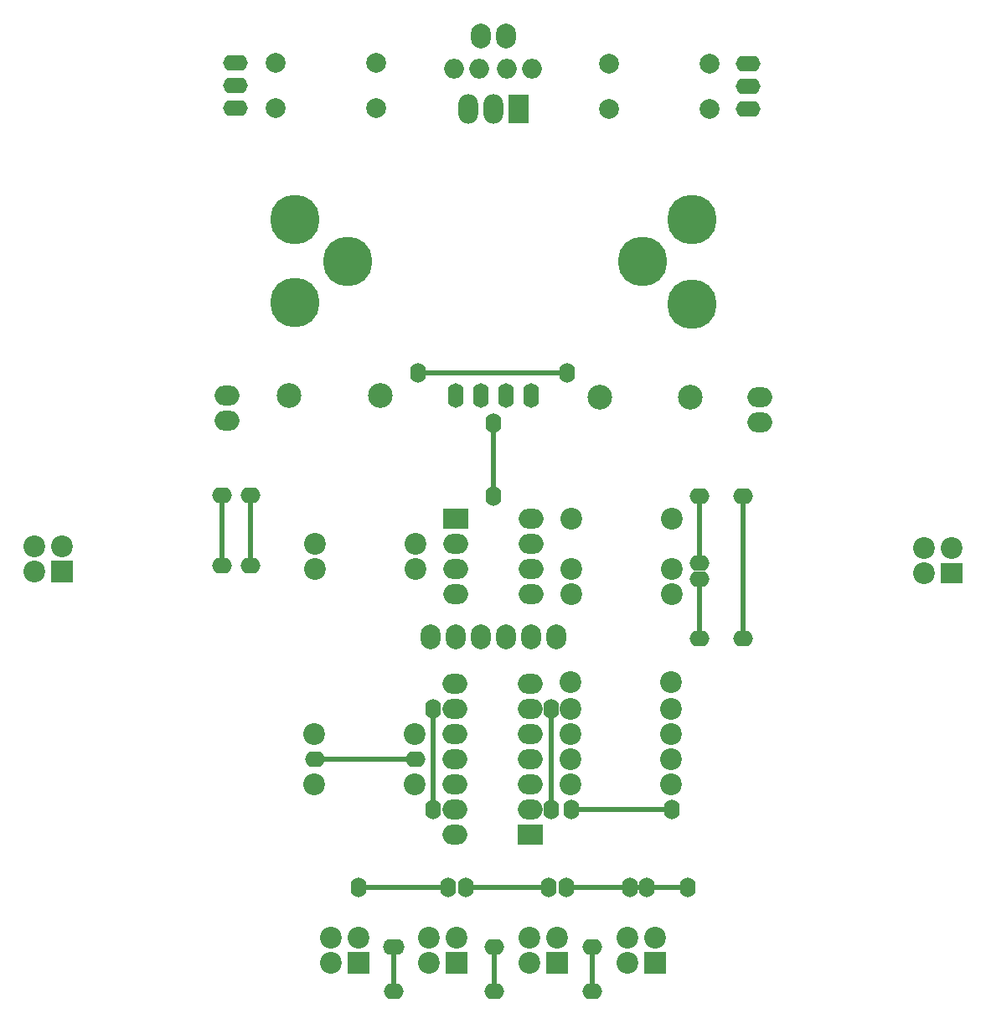
<source format=gtl>
G04 Layer: TopLayer*
G04 EasyEDA v6.5.48, 2025-03-25 09:41:14*
G04 1b9fd03e791046f9bebca906f8adb083,878c4c1e0da8487e804687d0af4422f9,10*
G04 Gerber Generator version 0.2*
G04 Scale: 100 percent, Rotated: No, Reflected: No *
G04 Dimensions in millimeters *
G04 leading zeros omitted , absolute positions ,4 integer and 5 decimal *
%FSLAX45Y45*%
%MOMM*%

%ADD10C,0.5000*%
%ADD11C,2.2000*%
%ADD12R,2.2000X2.2000*%
%ADD13R,2.2000X2.0000*%
%ADD14O,1.9999959999999999X2.999994*%
%ADD15R,2.0000X3.0000*%
%ADD16O,1.5999968X2.4999949999999997*%
%ADD17O,1.9999959999999999X2.4999949999999997*%
%ADD18C,2.5000*%
%ADD19C,2.0000*%
%ADD20O,1.9999959999999999X1.9999959999999999*%
%ADD21O,2.4999949999999997X1.9999959999999999*%
%ADD22O,2.4999949999999997X1.5999968*%
%ADD23R,2.5000X2.0000*%
%ADD24C,5.0000*%
%ADD25O,1.5999968X1.9999959999999999*%
%ADD26O,1.9999959999999999X1.5999968*%
%ADD27O,2.1999956000000003X1.5999968*%

%LPD*%
D10*
X7086584Y3670292D02*
G01*
X7086584Y4267192D01*
X5587989Y1943094D02*
G01*
X5587989Y2582666D01*
X5587989Y2959094D01*
X2260594Y4406892D02*
G01*
X2260594Y5118089D01*
X2552700Y4406900D02*
G01*
X2552700Y5118100D01*
X2552694Y5118089D01*
X7531074Y5105400D02*
G01*
X7531084Y3670292D01*
X7086584Y5105389D02*
G01*
X7086584Y4432292D01*
X6553187Y1155697D02*
G01*
X6972300Y1155700D01*
X6476987Y1155697D02*
G01*
X5740389Y1155697D01*
X5562589Y1155697D02*
G01*
X4724387Y1155697D01*
X4546589Y1155697D02*
G01*
X3644892Y1155697D01*
X6007087Y101600D02*
G01*
X6007087Y101600D01*
X6002388Y553057D01*
X5011790Y554837D02*
G01*
X5016489Y550138D01*
X5016489Y101600D01*
X3995790Y554829D02*
G01*
X4000492Y550128D01*
X4000492Y101600D01*
X4394192Y1943094D02*
G01*
X4394192Y2959094D01*
X4216392Y2451094D02*
G01*
X3200392Y2451094D01*
X5791187Y1943094D02*
G01*
X6807187Y1943094D01*
X5003789Y5105389D02*
G01*
X5003789Y5841987D01*
X4241792Y6349987D02*
G01*
X5753087Y6349987D01*
D11*
G01*
X6362395Y647674D03*
G01*
X6362395Y393674D03*
D12*
G01*
X6642404Y393674D03*
D11*
G01*
X6642379Y647700D03*
G01*
X5371800Y647674D03*
G01*
X5371800Y393674D03*
D12*
G01*
X5651809Y393674D03*
D11*
G01*
X5651784Y647700D03*
G01*
X4355800Y647674D03*
G01*
X4355800Y393674D03*
D12*
G01*
X4635809Y393674D03*
D11*
G01*
X4635784Y647700D03*
G01*
X3365205Y647674D03*
G01*
X3365205Y393674D03*
D12*
G01*
X3645214Y393674D03*
D11*
G01*
X3645189Y647700D03*
G01*
X367995Y4597420D03*
G01*
X367995Y4343420D03*
D12*
G01*
X648004Y4343420D03*
D11*
G01*
X648004Y4597420D03*
G01*
X9359574Y4584725D03*
G01*
X9359574Y4330725D03*
D13*
G01*
X9639584Y4330725D03*
D11*
G01*
X9639584Y4584725D03*
D14*
G01*
X5003672Y9017025D03*
G01*
X4749672Y9017025D03*
D15*
G01*
X5257698Y9017000D03*
D11*
G01*
X5785180Y2451100D03*
G01*
X6801180Y2451100D03*
G01*
X5785180Y2959100D03*
G01*
X6801180Y2959100D03*
G01*
X6801180Y2197100D03*
G01*
X5785180Y2197100D03*
G01*
X6801180Y2705100D03*
G01*
X5785180Y2705100D03*
G01*
X3194380Y2705100D03*
G01*
X4210380Y2705100D03*
G01*
X3194380Y2197100D03*
G01*
X4210380Y2197100D03*
G01*
X3200400Y4368800D03*
G01*
X4216400Y4368800D03*
G01*
X6807200Y4114800D03*
G01*
X5791200Y4114800D03*
G01*
X4216400Y4622800D03*
G01*
X3200400Y4622800D03*
G01*
X5791200Y4876800D03*
G01*
X6807200Y4876800D03*
D16*
G01*
X5384774Y6121400D03*
G01*
X5130774Y6121400D03*
G01*
X4876774Y6121400D03*
G01*
X4622774Y6121400D03*
D17*
G01*
X5638800Y3682974D03*
G01*
X5384800Y3682974D03*
G01*
X5130800Y3682974D03*
G01*
X4876800Y3682974D03*
G01*
X4622800Y3682974D03*
G01*
X4368800Y3683000D03*
D18*
G01*
X3863568Y6121400D03*
G01*
X2943580Y6121400D03*
G01*
X6080480Y6108700D03*
G01*
X7000468Y6108700D03*
D11*
G01*
X5785180Y3225800D03*
G01*
X6801180Y3225800D03*
G01*
X6807200Y4368800D03*
G01*
X5791200Y4368800D03*
D19*
G01*
X2806700Y9029725D03*
G01*
X3822700Y9029725D03*
G01*
X2806700Y9486925D03*
G01*
X3822700Y9486925D03*
G01*
X6172200Y9017025D03*
G01*
X7188200Y9017025D03*
G01*
X6172200Y9474225D03*
G01*
X7188200Y9474225D03*
D20*
G01*
X5143500Y9423400D03*
G01*
X5397500Y9423400D03*
G01*
X4864079Y9423389D03*
G01*
X4610079Y9423389D03*
D17*
G01*
X4876800Y9753574D03*
G01*
X5130800Y9753574D03*
D21*
G01*
X2311374Y5867400D03*
G01*
X2311374Y6121400D03*
G01*
X7696174Y5854700D03*
G01*
X7696174Y6108700D03*
D22*
G01*
X7581900Y9474580D03*
G01*
X7581900Y9245574D03*
G01*
X7581900Y9016568D03*
G01*
X2400300Y9029242D03*
G01*
X2400300Y9258249D03*
G01*
X2400300Y9487280D03*
D21*
G01*
X4616729Y3213125D03*
G01*
X4616831Y2959125D03*
G01*
X4616831Y2705125D03*
G01*
X4616831Y2451125D03*
G01*
X4616831Y2197125D03*
G01*
X4616831Y1943125D03*
G01*
X4616831Y1689125D03*
G01*
X5378831Y3213125D03*
G01*
X5378831Y2959125D03*
G01*
X5378831Y2705125D03*
G01*
X5378831Y2451125D03*
G01*
X5378831Y2197125D03*
G01*
X5378831Y1943125D03*
D23*
G01*
X5378831Y1689125D03*
G01*
X4622800Y4876800D03*
D21*
G01*
X4622800Y4622800D03*
G01*
X4622800Y4368800D03*
G01*
X4622800Y4114800D03*
G01*
X5384800Y4876800D03*
G01*
X5384800Y4622800D03*
G01*
X5384800Y4368800D03*
G01*
X5384800Y4114800D03*
D24*
G01*
X2997200Y7899374D03*
G01*
X2997200Y7061174D03*
G01*
X7010374Y7048474D03*
G01*
X7010374Y7899374D03*
D25*
G01*
X5003800Y5105400D03*
G01*
X5003800Y5841974D03*
G01*
X4241800Y6349974D03*
G01*
X5753100Y6349974D03*
G01*
X3644892Y1155697D03*
G01*
X4724389Y1155697D03*
G01*
X5740387Y1155697D03*
G01*
X4546589Y1155697D03*
G01*
X5587989Y1943094D03*
G01*
X5587989Y2959094D03*
G01*
X4394200Y2959100D03*
G01*
X4394200Y1943100D03*
G01*
X5791200Y1943100D03*
G01*
X6807200Y1943100D03*
G01*
X5562589Y1155697D03*
G01*
X6972300Y1155700D03*
G01*
X6553187Y1155697D03*
D26*
G01*
X7086584Y4267192D03*
G01*
X7086574Y3670300D03*
G01*
X7086584Y4432292D03*
G01*
X7086574Y5105400D03*
G01*
X7531084Y3670292D03*
G01*
X7531074Y5105400D03*
G01*
X2260594Y5118089D03*
G01*
X2260594Y4406892D03*
D27*
G01*
X3995800Y554837D03*
D26*
G01*
X4000500Y101600D03*
G01*
X5011800Y554837D03*
G01*
X5016500Y101600D03*
G01*
X6002400Y553059D03*
G01*
X6007100Y101600D03*
G01*
X3200400Y2451100D03*
G01*
X4216400Y2451100D03*
D25*
G01*
X6388087Y1155697D03*
D24*
G01*
X6515087Y7480284D03*
G01*
X3530592Y7480284D03*
D26*
G01*
X2552694Y4406892D03*
G01*
X2552694Y5118089D03*
M02*

</source>
